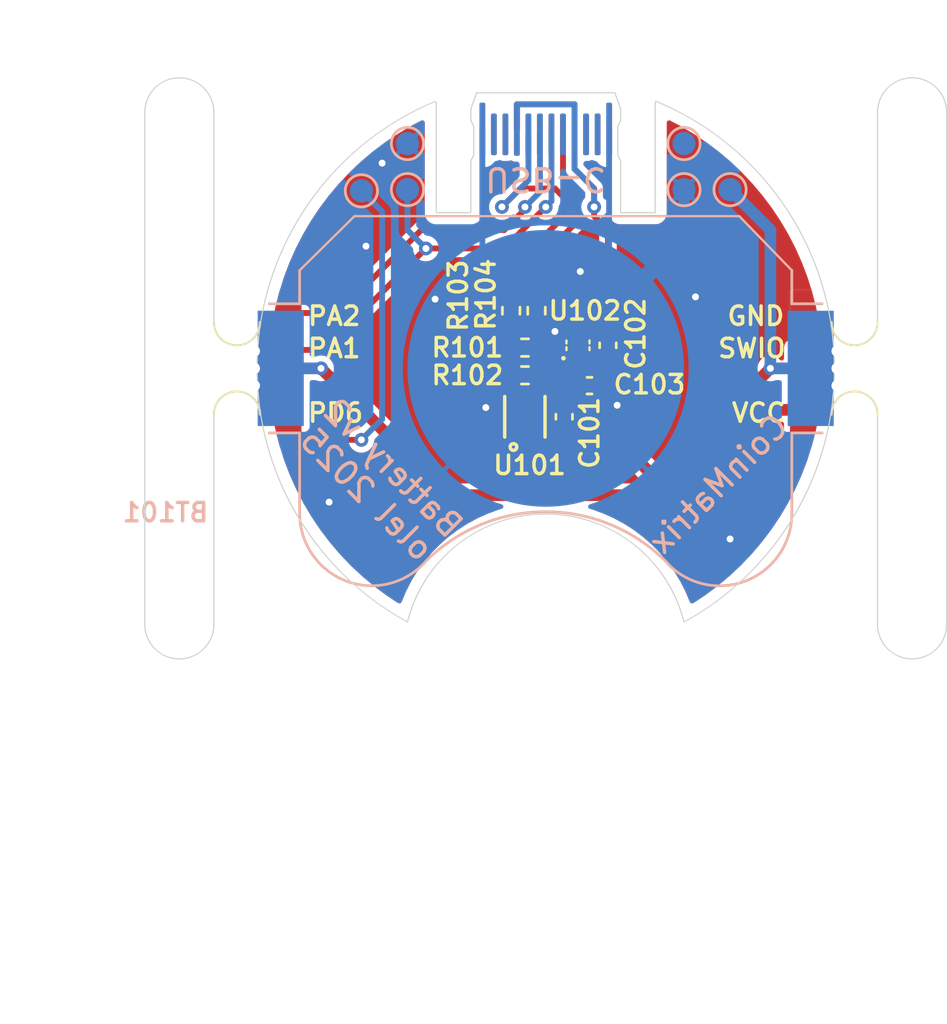
<source format=kicad_pcb>
(kicad_pcb (version 20240108) (generator "pcbnew") (generator_version "8.0")
  (layers (0 "F.Cu" signal) (31 "B.Cu" signal) (34 "B.Paste" user) (35 "F.Paste" user) (36 "B.SilkS" user "B.Silkscreen") (37 "F.SilkS" user "F.Silkscreen") (38 "B.Mask" user) (39 "F.Mask" user) (44 "Edge.Cuts" user))
  (net 0 "")
  (net 1 "VCC")
  (net 2 "GND")
  (net 3 "/SWIO")
  (net 14 "Net-(P101-VCONN)")
  (net 15 "/DN")
  (net 16 "/DP")
  (net 17 "Net-(P101-CC)")
  (net 18 "/HALL")
  (net 20 "+5V")
  (net 21 "/PD6")
  (footprint "Capacitor_SMD:C_0402_1005Metric" (layer "F.Cu") (at 143.9 108.75)
    (property "Reference" "C103" (at 2.6 -0.05 0) (layer "F.SilkS") (effects (font (size 0.8 0.8))))
    (property "Value" "1uF")
    (fp_line (start -0.107836 -0.36) (end 0.107836 -0.36) (stroke (width 0.12)) (layer "F.SilkS"))
    (fp_line (start -0.107836 0.36) (end 0.107836 0.36) (stroke (width 0.12)) (layer "F.SilkS"))
    (pad "1" smd roundrect (at -0.48 0) (size 0.56 0.62) (layers "F.Cu" "F.Paste" "F.Mask") (net 1 "VCC"))
    (pad "2" smd roundrect (at 0.48 0) (size 0.56 0.62) (layers "F.Cu" "F.Paste" "F.Mask") (net 2 "GND"))
  )
  (footprint "Resistor_SMD:R_0402_1005Metric" (layer "F.Cu") (at 141.6 105.5 -90)
    (property "Reference" "R104" (at -0.7 2.2 90) (layer "F.SilkS") (effects (font (size 0.8 0.8))))
    (property "Value" "5.1kΩ")
    (fp_line (start -0.153641 0.38) (end 0.153641 0.38) (stroke (width 0.12)) (layer "F.SilkS"))
    (fp_line (start -0.153641 -0.38) (end 0.153641 -0.38) (stroke (width 0.12)) (layer "F.SilkS"))
    (pad "1" smd roundrect (at -0.509999 0 270) (size 0.54 0.64) (layers "F.Cu" "F.Paste" "F.Mask") (net 14 "Net-(P101-VCONN)"))
    (pad "2" smd roundrect (at 0.509999 0 270) (size 0.54 0.64) (layers "F.Cu" "F.Paste" "F.Mask") (net 2 "GND"))
  )
  (footprint "Panelization:mouse-bite-2mm-slot" (layer "F.Cu") (at 128.6 108 90)
    (property "Reference" "mouse-bite-2mm-slot" (hide yes))
    (property "Value" "VAL**" (hide yes))
    (fp_arc (start -2 -1) (mid -1.000001 0) (end -2 1) (stroke (width 0.1)) (layer "F.SilkS"))
    (fp_arc (start 2 1) (mid 1 0) (end 2 -1) (stroke (width 0.1)) (layer "F.SilkS"))
    (pad "" np_thru_hole circle (at -0.75 -0.75 90) (size 0.5 0.5) (drill 0.5) (layers "*.Cu" "*.Mask"))
    (pad "" np_thru_hole circle (at -0.75 0.75 90) (size 0.5 0.5) (drill 0.5) (layers "*.Cu" "*.Mask"))
    (pad "" np_thru_hole circle (at 0 -0.75 90) (size 0.5 0.5) (drill 0.5) (layers "*.Cu" "*.Mask"))
    (pad "" np_thru_hole circle (at 0 0.75 90) (size 0.5 0.5) (drill 0.5) (layers "*.Cu" "*.Mask"))
    (pad "" np_thru_hole circle (at 0.75 -0.75 90) (size 0.5 0.5) (drill 0.5) (layers "*.Cu" "*.Mask"))
    (pad "" np_thru_hole circle (at 0.75 0.75 90) (size 0.5 0.5) (drill 0.5) (layers "*.Cu" "*.Mask"))
  )
  (footprint "Resistor_SMD:R_0402_1005Metric" (layer "F.Cu") (at 141.1 108.3)
    (property "Reference" "R102" (at -2.5 0 180) (layer "F.SilkS") (effects (font (size 0.8 0.8))))
    (property "Value" "0")
    (fp_line (start -0.153641 -0.38) (end 0.153641 -0.38) (stroke (width 0.12)) (layer "F.SilkS"))
    (fp_line (start -0.153641 0.38) (end 0.153641 0.38) (stroke (width 0.12)) (layer "F.SilkS"))
    (pad "1" smd roundrect (at -0.51 0) (size 0.54 0.64) (layers "F.Cu" "F.Paste" "F.Mask") (net 18 "/HALL"))
    (pad "2" smd roundrect (at 0.51 0) (size 0.54 0.64) (layers "F.Cu" "F.Paste" "F.Mask") (net 1 "VCC"))
  )
  (footprint "easyeda2kicad:DFN-6_L1.6-W1.6-P0.50-BL-EP1.0" (layer "F.Cu") (at 141.1 110.1)
    (property "Reference" "U101" (at 0.2 2.1 360) (layer "F.SilkS") (effects (font (size 0.8 0.8))))
    (property "Value" "HAL1255")
    (fp_line (start -0.88 0.88) (end -0.88 -0.88) (stroke (width 0.15)) (layer "F.SilkS"))
    (fp_line (start 0.87 0.88) (end 0.87 -0.88) (stroke (width 0.15)) (layer "F.SilkS"))
    (fp_circle (center -0.5 1.31) (end -0.43 1.31) (stroke (width 0.15)) (fill none) (layer "F.SilkS"))
    (pad "1" smd rect (at -0.5 0.82) (size 0.28 0.58) (layers "F.Cu" "F.Paste" "F.Mask"))
    (pad "2" smd rect (at 0 0.82) (size 0.28 0.58) (layers "F.Cu" "F.Paste" "F.Mask") (net 2 "GND"))
    (pad "3" smd rect (at 0.5 0.82) (size 0.28 0.58) (layers "F.Cu" "F.Paste" "F.Mask"))
    (pad "4" smd rect (at 0.5 -0.82) (size 0.28 0.58) (layers "F.Cu" "F.Paste" "F.Mask") (net 1 "VCC"))
    (pad "5" smd rect (at 0 -0.82) (size 0.28 0.58) (layers "F.Cu" "F.Paste" "F.Mask"))
    (pad "6" smd rect (at -0.5 -0.82) (size 0.28 0.58) (layers "F.Cu" "F.Paste" "F.Mask") (net 18 "/HALL"))
    (pad "7" smd rect (at 0 0) (size 1 0.6) (layers "F.Cu" "F.Paste" "F.Mask") (net 2 "GND"))
  )
  (footprint "Capacitor_SMD:C_0402_1005Metric" (layer "F.Cu") (at 142.8 110.1 90)
    (property "Reference" "C101" (at -0.7 1.1 90) (layer "F.SilkS") (effects (font (size 0.8 0.8))))
    (property "Value" "100nF")
    (fp_line (start -0.107836 -0.36) (end 0.107836 -0.36) (stroke (width 0.12)) (layer "F.SilkS"))
    (fp_line (start -0.107836 0.36) (end 0.107836 0.36) (stroke (width 0.12)) (layer "F.SilkS"))
    (pad "1" smd roundrect (at -0.48 0 90) (size 0.56 0.62) (layers "F.Cu" "F.Paste" "F.Mask") (net 2 "GND"))
    (pad "2" smd roundrect (at 0.48 0 90) (size 0.56 0.62) (layers "F.Cu" "F.Paste" "F.Mask") (net 1 "VCC"))
  )
  (footprint "Resistor_SMD:R_0402_1005Metric" (layer "F.Cu") (at 141.1 107.1 180)
    (property "Reference" "R101" (at 2.5 0 180) (layer "F.SilkS") (effects (font (size 0.8 0.8))))
    (property "Value" "5.1kΩ")
    (fp_line (start -0.153641 0.38) (end 0.153641 0.38) (stroke (width 0.12)) (layer "F.SilkS"))
    (fp_line (start -0.153641 -0.38) (end 0.153641 -0.38) (stroke (width 0.12)) (layer "F.SilkS"))
    (pad "1" smd roundrect (at -0.509999 0 180) (size 0.54 0.64) (layers "F.Cu" "F.Paste" "F.Mask") (net 18 "/HALL"))
    (pad "2" smd roundrect (at 0.509999 0 180) (size 0.54 0.64) (layers "F.Cu" "F.Paste" "F.Mask") (net 15 "/DN"))
  )
  (footprint "Capacitor_SMD:C_0402_1005Metric" (layer "F.Cu") (at 144.7 107 -90)
    (property "Reference" "C102" (at -0.5 -1.2 90) (layer "F.SilkS") (effects (font (size 0.8 0.8))))
    (property "Value" "1uF")
    (fp_line (start -0.107836 0.36) (end 0.107836 0.36) (stroke (width 0.12)) (layer "F.SilkS"))
    (fp_line (start -0.107836 -0.36) (end 0.107836 -0.36) (stroke (width 0.12)) (layer "F.SilkS"))
    (pad "1" smd roundrect (at -0.48 0 270) (size 0.56 0.62) (layers "F.Cu" "F.Paste" "F.Mask") (net 20 "+5V"))
    (pad "2" smd roundrect (at 0.48 0 270) (size 0.56 0.62) (layers "F.Cu" "F.Paste" "F.Mask") (net 2 "GND"))
  )
  (footprint "Panelization:mouse-bite-2mm-slot" (layer "F.Cu") (at 155.4 108 -90)
    (property "Reference" "mouse-bite-2mm-slot" (hide yes))
    (property "Value" "VAL**" (hide yes))
    (fp_arc (start 2 1) (mid 1.000001 0) (end 2 -1) (stroke (width 0.1)) (layer "F.SilkS"))
    (fp_arc (start -2 -1) (mid -1.000001 0) (end -2 1) (stroke (width 0.1)) (layer "F.SilkS"))
    (pad "" np_thru_hole circle (at -0.75 -0.75 270) (size 0.5 0.5) (drill 0.5) (layers "*.Cu" "*.Mask"))
    (pad "" np_thru_hole circle (at -0.75 0.75 270) (size 0.5 0.5) (drill 0.5) (layers "*.Cu" "*.Mask"))
    (pad "" np_thru_hole circle (at 0 -0.75 270) (size 0.5 0.5) (drill 0.5) (layers "*.Cu" "*.Mask"))
    (pad "" np_thru_hole circle (at 0 0.75 270) (size 0.5 0.5) (drill 0.5) (layers "*.Cu" "*.Mask"))
    (pad "" np_thru_hole circle (at 0.75 -0.75 270) (size 0.5 0.5) (drill 0.5) (layers "*.Cu" "*.Mask"))
    (pad "" np_thru_hole circle (at 0.75 0.75 270) (size 0.5 0.5) (drill 0.5) (layers "*.Cu" "*.Mask"))
  )
  (footprint "Resistor_SMD:R_0402_1005Metric" (layer "F.Cu") (at 140.5 105.5 -90)
    (property "Reference" "R103" (at -0.65 2.3 90) (layer "F.SilkS") (effects (font (size 0.8 0.8))))
    (property "Value" "5.1kΩ")
    (fp_line (start -0.153641 0.38) (end 0.153641 0.38) (stroke (width 0.12)) (layer "F.SilkS"))
    (fp_line (start -0.153641 -0.38) (end 0.153641 -0.38) (stroke (width 0.12)) (layer "F.SilkS"))
    (pad "1" smd roundrect (at -0.509999 0 270) (size 0.54 0.64) (layers "F.Cu" "F.Paste" "F.Mask") (net 17 "Net-(P101-CC)"))
    (pad "2" smd roundrect (at 0.509999 0 270) (size 0.54 0.64) (layers "F.Cu" "F.Paste" "F.Mask") (net 2 "GND"))
  )
  (footprint "easyeda2kicad:DFN-4_L1.0-W1.0-P0.65-BL-EP" (layer "F.Cu") (at 143.4 107)
    (property "Reference" "U102" (at 0.3 -1.5 180) (layer "F.SilkS") (effects (font (size 0.8 0.8))))
    (property "Value" "LW5233")
    (fp_line (start -0.5 -0.21) (end -0.5 -0.08) (stroke (width 0.1)) (layer "F.SilkS"))
    (fp_line (start -0.5 0.08) (end -0.5 0.21) (stroke (width 0.1)) (layer "F.SilkS"))
    (fp_line (start 0.5 -0.21) (end 0.5 -0.08) (stroke (width 0.1)) (layer "F.SilkS"))
    (fp_line (start 0.5 0.08) (end 0.5 0.21) (stroke (width 0.1)) (layer "F.SilkS"))
    (fp_circle (center -0.63 0.56) (end -0.58 0.56) (stroke (width 0.1)) (fill none) (layer "F.SilkS"))
    (pad "1" smd custom (at -0.32 0.48) (size 0.01 0.01) (layers "F.Cu" "F.Paste" "F.Mask") (net 1 "VCC") (options (clearance outline) (anchor circle)) (primitives (gr_poly (pts (xy 0.09 -0.08) (xy 0.09 0.17) (xy -0.11 0.17) (xy -0.11 -0.23) (xy -0.06 -0.23) (xy 0.09 -0.08)) (width 0.1) (fill yes))))
    (pad "2" smd custom (at 0.32 0.47) (size 0.01 0.01) (layers "F.Cu" "F.Paste" "F.Mask") (net 2 "GND") (options (clearance outline) (anchor circle)) (primitives (gr_poly (pts (xy 0.1 0.18) (xy -0.1 0.18) (xy -0.1 -0.07) (xy 0.05 -0.22) (xy 0.1 -0.22)) (width 0.1) (fill yes))))
    (pad "3" smd custom (at 0.32 -0.48) (size 0.01 0.01) (layers "F.Cu" "F.Paste" "F.Mask") (net 20 "+5V") (options (clearance outline) (anchor circle)) (primitives (gr_poly (pts (xy 0.1 -0.17) (xy -0.1 -0.17) (xy -0.1 0.08) (xy 0.05 0.23) (xy 0.1 0.23)) (width 0.1) (fill yes))))
    (pad "4" smd custom (at -0.32 -0.48) (size 0.01 0.01) (layers "F.Cu" "F.Paste" "F.Mask") (net 20 "+5V") (options (clearance outline) (anchor circle)) (primitives (gr_poly (pts (xy -0.11 -0.17) (xy 0.09 -0.17) (xy 0.09 0.08) (xy -0.06 0.23) (xy -0.11 0.23)) (width 0.1) (fill yes))))
    (pad "5" smd rect (at 0 0 45) (size 0.48 0.48) (layers "F.Cu" "F.Paste" "F.Mask") (net 2 "GND"))
  )
  (footprint "TestPoint:TestPoint_Pad_D1.0mm" (layer "B.Cu") (at 150 100.25 180)
    (property "Reference" "TP102" (hide yes))
    (property "Value" "TestPoint" (hide yes))
    (fp_circle (center 0 0) (end 0 -0.7) (stroke (width 0.12)) (fill none) (layer "B.SilkS"))
    (pad "1" smd circle (at 0 0 180) (size 1 1) (layers "B.Cu" "B.Mask") (net 1 "VCC"))
  )
  (footprint "TestPoint:TestPoint_Pad_D1.0mm" (layer "B.Cu") (at 136 98.25 180)
    (property "Reference" "TP105" (hide yes))
    (property "Value" "TestPoint" (hide yes))
    (fp_circle (center 0 0) (end 0 -0.7) (stroke (width 0.12)) (fill none) (layer "B.SilkS"))
    (pad "1" smd circle (at 0 0 180) (size 1 1) (layers "B.Cu" "B.Mask") (net 2 "GND"))
  )
  (footprint "TestPoint:TestPoint_Pad_D1.0mm" (layer "B.Cu") (at 148 100.25 180)
    (property "Reference" "TP103" (hide yes))
    (property "Value" "TestPoint" (hide yes))
    (fp_circle (center 0 0) (end 0 -0.7) (stroke (width 0.12)) (fill none) (layer "B.SilkS"))
    (pad "1" smd circle (at 0 0 180) (size 1 1) (layers "B.Cu" "B.Mask") (net 2 "GND"))
  )
  (footprint "TestPoint:TestPoint_Pad_D1.0mm" (layer "B.Cu") (at 148 98.25 180)
    (property "Reference" "TP101" (hide yes))
    (property "Value" "TestPoint" (hide yes))
    (fp_circle (center 0 0) (end 0 -0.7) (stroke (width 0.12)) (fill none) (layer "B.SilkS"))
    (pad "1" smd circle (at 0 0 180) (size 1 1) (layers "B.Cu" "B.Mask") (net 3 "/SWIO"))
  )
  (footprint "TestPoint:TestPoint_Pad_D1.0mm" (layer "B.Cu") (at 136 100.25 180)
    (property "Reference" "TP104" (hide yes))
    (property "Value" "TestPoint" (hide yes))
    (fp_circle (center 0 0) (end 0 -0.7) (stroke (width 0.12)) (fill none) (layer "B.SilkS"))
    (pad "1" smd circle (at 0 0 180) (size 1 1) (layers "B.Cu" "B.Mask") (net 15 "/DN"))
  )
  (footprint "TestPoint:TestPoint_Pad_D1.0mm" (layer "B.Cu") (at 134 100.3 180)
    (property "Reference" "TP106" (hide yes))
    (property "Value" "TestPoint")
    (fp_circle (center 0 0) (end 0 -0.7) (stroke (width 0.12)) (fill none) (layer "B.SilkS"))
    (pad "1" smd circle (at 0 0 180) (size 1 1) (layers "B.Cu" "B.Mask") (net 21 "/PD6"))
  )
  (footprint "olelib:BatteryHolder_2032" (layer "B.Cu") (at 142 108)
    (property "Reference" "BT101" (at -16.5 6.25 0) (layer "B.SilkS") (effects (font (size 0.8 0.8)) (justify mirror)))
    (property "Value" "Battery_Cell")
    (fp_line (start -10.68 -4.25) (end -10.679999 -2.8) (stroke (width 0.12)) (layer "B.SilkS"))
    (fp_line (start -10.68 -4.25) (end -8.3 -6.6) (stroke (width 0.1)) (layer "B.SilkS"))
    (fp_line (start -10.68 6.28) (end -10.679999 2.8) (stroke (width 0.12)) (layer "B.SilkS"))
    (fp_line (start -10.679999 -2.8) (end -11.999999 -2.8) (stroke (width 0.12)) (layer "B.SilkS"))
    (fp_line (start -10.679999 2.8) (end -11.999999 2.8) (stroke (width 0.12)) (layer "B.SilkS"))
    (fp_line (start -8.3 -6.6) (end 8.4 -6.6) (stroke (width 0.1)) (layer "B.SilkS"))
    (fp_line (start 8.4 -6.6) (end 10.68 -4.25) (stroke (width 0.1)) (layer "B.SilkS"))
    (fp_line (start 10.679999 2.8) (end 11.999999 2.8) (stroke (width 0.12)) (layer "B.SilkS"))
    (fp_line (start 10.679999 6.35) (end 10.679999 2.8) (stroke (width 0.12)) (layer "B.SilkS"))
    (fp_line (start 10.68 -4.25) (end 10.679999 -2.8) (stroke (width 0.12)) (layer "B.SilkS"))
    (fp_line (start 11.999999 -2.8) (end 10.679999 -2.8) (stroke (width 0.12)) (layer "B.SilkS"))
    (fp_arc (start -5.180001 8.339999) (mid -8.637971 9.231689) (end -10.677058 6.3) (stroke (width 0.12)) (layer "B.SilkS"))
    (fp_arc (start -5.169999 8.330001) (mid 0.096808 6.218103) (end 5.306422 8.467392) (stroke (width 0.12)) (layer "B.SilkS"))
    (fp_arc (start 10.68 6.3) (mid 8.734461 9.197232) (end 5.316452 8.492753) (stroke (width 0.12)) (layer "B.SilkS"))
    (pad "1" smd rect (at -11.5 0) (size 2 5) (layers "B.Cu" "B.Paste" "B.Mask") (net 1 "VCC"))
    (pad "1" smd rect (at 11.5 0) (size 2 5) (layers "B.Cu" "B.Paste" "B.Mask") (net 1 "VCC"))
    (pad "2" smd circle (at 0 0) (size 12 12) (layers "B.Cu" "B.Paste" "B.Mask") (net 2 "GND"))
  )
  (footprint "olelib:USB_C_PADDLE" (layer "B.Cu") (at 142 98.5 180)
    (property "Reference" "P101" (hide yes))
    (property "Value" "USB_C_Plug")
    (fp_line (start 3.250001 1.25) (end 3.25 1.75) (stroke (width 0.05)) (layer "Edge.Cuts"))
    (fp_line (start 3.25 1.75) (end 3 2.45) (stroke (width 0.05)) (layer "Edge.Cuts"))
    (fp_line (start 3.25 -0.499999) (end 3.25 -2.000001) (stroke (width 0.05)) (layer "Edge.Cuts"))
    (fp_line (start 3.125 1) (end 3.250001 1.25) (stroke (width 0.05)) (layer "Edge.Cuts"))
    (fp_line (start 3.125 -0.25) (end 3.25 -0.499999) (stroke (width 0.05)) (layer "Edge.Cuts"))
    (fp_line (start 3.125 -0.25) (end 3.125 1) (stroke (width 0.05)) (layer "Edge.Cuts"))
    (fp_line (start -3 2.45) (end 3 2.45) (stroke (width 0.05)) (layer "Edge.Cuts"))
    (fp_line (start -3.125 1) (end -3.250001 1.25) (stroke (width 0.05)) (layer "Edge.Cuts"))
    (fp_line (start -3.125 -0.25) (end -3.125 1) (stroke (width 0.05)) (layer "Edge.Cuts"))
    (fp_line (start -3.125 -0.25) (end -3.25 -0.499999) (stroke (width 0.05)) (layer "Edge.Cuts"))
    (fp_line (start -3.25 1.75) (end -3 2.45) (stroke (width 0.05)) (layer "Edge.Cuts"))
    (fp_line (start -3.25 -2.000001) (end -3.25 -0.499999) (stroke (width 0.05)) (layer "Edge.Cuts"))
    (fp_line (start -3.250001 1.25) (end -3.25 1.75) (stroke (width 0.05)) (layer "Edge.Cuts"))
    (pad "A1" smd roundrect (at 2.75 0.875 180) (size 0.25 2.3) (layers "B.Cu" "B.Paste" "B.Mask") (net 2 "GND"))
    (pad "A2" smd roundrect (at 2.25 0.65 180) (size 0.25 1.8) (layers "B.Cu" "B.Paste" "B.Mask"))
    (pad "A3" smd roundrect (at 1.749999 0.65 180) (size 0.25 1.8) (layers "B.Cu" "B.Paste" "B.Mask"))
    (pad "A4" smd roundrect (at 1.25 0.875 180) (size 0.25 2.3) (layers "B.Cu" "B.Paste" "B.Mask") (net 20 "+5V"))
    (pad "A5" smd roundrect (at 0.75 0.649999 180) (size 0.25 1.8) (layers "B.Cu" "B.Paste" "B.Mask") (net 17 "Net-(P101-CC)"))
    (pad "A6" smd roundrect (at 0.25 0.65 180) (size 0.25 1.8) (layers "B.Cu" "B.Paste" "B.Mask") (net 16 "/DP"))
    (pad "A7" smd roundrect (at -0.25 0.65) (size 0.25 1.8) (layers "B.Cu" "B.Paste" "B.Mask") (net 15 "/DN"))
    (pad "A8" smd roundrect (at -0.75 0.649999) (size 0.25 1.8) (layers "B.Cu" "B.Paste" "B.Mask"))
    (pad "A9" smd roundrect (at -1.25 0.875) (size 0.25 2.3) (layers "B.Cu" "B.Paste" "B.Mask") (net 20 "+5V"))
    (pad "A10" smd roundrect (at -1.749999 0.65) (size 0.25 1.8) (layers "B.Cu" "B.Paste" "B.Mask"))
    (pad "A11" smd roundrect (at -2.25 0.65) (size 0.25 1.8) (layers "B.Cu" "B.Paste" "B.Mask"))
    (pad "A12" smd roundrect (at -2.75 0.875) (size 0.25 2.3) (layers "B.Cu" "B.Paste" "B.Mask") (net 2 "GND"))
    (pad "B1" smd roundrect (at -2.75 0.87 180) (size 0.25 2.3) (layers "F.Cu" "F.Paste" "F.Mask") (net 2 "GND"))
    (pad "B2" smd roundrect (at -2.25 0.645 180) (size 0.25 1.8) (layers "F.Cu" "F.Paste" "F.Mask"))
    (pad "B3" smd roundrect (at -1.75 0.645 180) (size 0.25 1.8) (layers "F.Cu" "F.Paste" "F.Mask"))
    (pad "B4" smd roundrect (at -1.25 0.869999 180) (size 0.25 2.3) (layers "F.Cu" "F.Paste" "F.Mask") (net 20 "+5V"))
    (pad "B5" smd roundrect (at -0.75 0.645 180) (size 0.25 1.8) (layers "F.Cu" "F.Paste" "F.Mask") (net 14 "Net-(P101-VCONN)"))
    (pad "B6" smd roundrect (at -0.25 0.645 180) (size 0.25 1.8) (layers "F.Cu" "F.Paste" "F.Mask"))
    (pad "B7" smd roundrect (at 0.25 0.645) (size 0.25 1.8) (layers "F.Cu" "F.Paste" "F.Mask"))
    (pad "B8" smd roundrect (at 0.75 0.645) (size 0.25 1.8) (layers "F.Cu" "F.Paste" "F.Mask"))
    (pad "B9" smd roundrect (at 1.25 0.869999) (size 0.25 2.3) (layers "F.Cu" "F.Paste" "F.Mask") (net 20 "+5V"))
    (pad "B10" smd roundrect (at 1.75 0.645) (size 0.25 1.8) (layers "F.Cu" "F.Paste" "F.Mask"))
    (pad "B11" smd roundrect (at 2.25 0.645) (size 0.25 1.8) (layers "F.Cu" "F.Paste" "F.Mask"))
    (pad "B12" smd roundrect (at 2.75 0.87) (size 0.25 2.3) (layers "F.Cu" "F.Paste" "F.Mask") (net 2 "GND"))
  )
  (gr_arc (start 154.4 110) (mid 155.4 109.000001) (end 156.4 110) (stroke (width 0.05)) (layer "Edge.Cuts"))
  (gr_arc (start 159.4 119.1) (mid 157.9 120.6) (end 156.4 119.1) (stroke (width 0.05)) (layer "Edge.Cuts"))
  (gr_line (start 146.75 101.25) (end 146.75 96.5) (stroke (width 0.05)) (layer "Edge.Cuts"))
  (gr_arc (start 156.4 96.9) (mid 157.9 95.4) (end 159.4 96.9) (stroke (width 0.05)) (layer "Edge.Cuts"))
  (gr_line (start 145.25 101.25) (end 146.75 101.25) (stroke (width 0.05)) (layer "Edge.Cuts"))
  (gr_line (start 137.25 101.25) (end 137.25 96.5) (stroke (width 0.05)) (layer "Edge.Cuts"))
  (gr_arc (start 136 119) (mid 142 114.315342) (end 148 119) (stroke (width 0.05)) (layer "Edge.Cuts"))
  (gr_line (start 124.6 96.9) (end 124.6 119.1) (stroke (width 0.05)) (layer "Edge.Cuts"))
  (gr_arc (start 146.783441 96.419038) (mid 154.511819 107.325921) (end 148 119) (stroke (width 0.05)) (layer "Edge.Cuts"))
  (gr_line (start 138.75 101.25) (end 137.25 101.25) (stroke (width 0.05)) (layer "Edge.Cuts"))
  (gr_arc (start 136 119) (mid 129.488181 107.32592) (end 137.216559 96.419038) (stroke (width 0.05)) (layer "Edge.Cuts"))
  (gr_line (start 146.783441 96.419038) (end 146.75 96.5) (stroke (width 0.05)) (layer "Edge.Cuts"))
  (gr_line (start 137.25 96.5) (end 137.216559 96.419038) (stroke (width 0.05)) (layer "Edge.Cuts"))
  (gr_line (start 145.25 100.500001) (end 145.25 101.25) (stroke (width 0.05)) (layer "Edge.Cuts"))
  (gr_arc (start 129.6 106) (mid 128.6 107) (end 127.6 106) (stroke (width 0.05)) (layer "Edge.Cuts"))
  (gr_arc (start 127.6 110) (mid 128.6 109) (end 129.6 110) (stroke (width 0.05)) (layer "Edge.Cuts"))
  (gr_arc (start 156.4 106) (mid 155.4 106.999999) (end 154.4 106) (stroke (width 0.05)) (layer "Edge.Cuts"))
  (gr_line (start 127.6 106) (end 127.6 96.9) (stroke (width 0.05)) (layer "Edge.Cuts"))
  (gr_line (start 159.4 119.1) (end 159.4 96.9) (stroke (width 0.05)) (layer "Edge.Cuts"))
  (gr_arc (start 127.6 119.1) (mid 126.1 120.6) (end 124.6 119.1) (stroke (width 0.05)) (layer "Edge.Cuts"))
  (gr_line (start 138.75 100.500001) (end 138.75 101.25) (stroke (width 0.05)) (layer "Edge.Cuts"))
  (gr_line (start 156.4 110) (end 156.4 119.1) (stroke (width 0.05)) (layer "Edge.Cuts"))
  (gr_line (start 156.4 96.9) (end 156.4 106) (stroke (width 0.05)) (layer "Edge.Cuts"))
  (gr_line (start 127.6 119.1) (end 127.6 110) (stroke (width 0.05)) (layer "Edge.Cuts"))
  (gr_arc (start 124.6 96.9) (mid 126.1 95.4) (end 127.6 96.9) (stroke (width 0.05)) (layer "Edge.Cuts"))
  (gr_text "Battery v2\nolel 2025" (at 134.8 112.9 -45) (layer "B.SilkS") (effects (font (size 1 1)) (justify mirror)))
  (gr_text "USB-C" (at 142 99.8 180) (layer "B.SilkS") (effects (font (size 1 1)) (justify mirror)))
  (gr_text "CoinMatrix" (at 149.5 113 45) (layer "B.SilkS") (effects (font (size 1 1)) (justify mirror)))
  (gr_text "SWIO" (at 149.4 107.6 -0) (layer "F.SilkS") (effects (font (size 0.8 0.8) (thickness 0.15) (bold yes)) (justify left bottom)))
  (gr_text "VCC" (at 150 110.4 -0) (layer "F.SilkS") (effects (font (size 0.8 0.8) (thickness 0.15) (bold yes)) (justify left bottom)))
  (gr_text "PA1" (at 131.6 107.6 -0) (layer "F.SilkS") (effects (font (size 0.8 0.8) (thickness 0.15) (bold yes)) (justify left bottom)))
  (gr_text "PA2" (at 131.6 106.2 -0) (layer "F.SilkS") (effects (font (size 0.8 0.8) (thickness 0.15) (bold yes)) (justify left bottom)))
  (gr_text "GND" (at 149.8 106.2 -0) (layer "F.SilkS") (effects (font (size 0.8 0.8) (thickness 0.15) (bold yes)) (justify left bottom)))
  (gr_text "PD6" (at 131.6 110.4 -0) (layer "F.SilkS") (effects (font (size 0.8 0.8) (thickness 0.15) (bold yes)) (justify left bottom)))
  (segment (start 143.42 109) (end 143.21 109.21) (width 0.508) (layer "F.Cu") (net 1))
  (segment (start 151.75 108) (end 150.775 108.975) (width 0.508) (layer "F.Cu") (net 1))
  (segment (start 150.775 108.975) (end 149.975 109.775) (width 0.508) (layer "F.Cu") (net 1))
  (segment (start 142.36 109.28) (end 142.46 109.28) (width 0.254) (layer "F.Cu") (net 1))
  (segment (start 146.25 113.5) (end 142.8 113.5) (width 0.508) (layer "F.Cu") (net 1))
  (segment (start 151.6 109.8) (end 152.8 109.8) (width 0.508) (layer "F.Cu") (net 1))
  (segment (start 143.08 108.41) (end 143.42 108.75) (width 0.254) (layer "F.Cu") (net 1))
  (segment (start 143.08 107.48) (end 143.08 108.41) (width 0.254) (layer "F.Cu") (net 1))
  (segment (start 149.975 109.775) (end 148.75 111) (width 0.508) (layer "F.Cu") (net 1))
  (segment (start 142.78 113.48) (end 142.8 113.5) (width 0.508) (layer "F.Cu") (net 1))
  (segment (start 141.61 108.3) (end 141.61 109.27) (width 0.254) (layer "F.Cu") (net 1))
  (segment (start 143.21 109.21) (end 142.8 109.62) (width 0.508) (layer "F.Cu") (net 1))
  (segment (start 141.61 109.27) (end 141.6 109.28) (width 0.254) (layer "F.Cu") (net 1))
  (segment (start 142.46 109.28) (end 142.8 109.62) (width 0.254) (layer "F.Cu") (net 1))
  (segment (start 137.75 113.5) (end 135.925 111.675) (width 0.508) (layer "F.Cu") (net 1))
  (segment (start 141.6 109.28) (end 142.36 109.28) (width 0.254) (layer "F.Cu") (net 1))
  (segment (start 143.21 109.21) (end 146.875 112.875) (width 0.508) (layer "F.Cu") (net 1))
  (segment (start 146.875 112.875) (end 146.25 113.5) (width 0.508) (layer "F.Cu") (net 1))
  (segment (start 143.42 108.75) (end 143.42 109) (width 0.508) (layer "F.Cu") (net 1))
  (segment (start 148.75 111) (end 146.875 112.875) (width 0.508) (layer "F.Cu") (net 1))
  (segment (start 135.925 111.675) (end 132.25 108) (width 0.508) (layer "F.Cu") (net 1))
  (segment (start 150.775 108.975) (end 151.6 109.8) (width 0.508) (layer "F.Cu") (net 1))
  (segment (start 142.8 113.5) (end 137.75 113.5) (width 0.508) (layer "F.Cu") (net 1))
  (via (at 132.25 108) (size 0.6) (drill 0.3) (layers "F.Cu" "B.Cu") (net 1))
  (via (at 151.75 108) (size 0.6) (drill 0.3) (layers "F.Cu" "B.Cu") (net 1))
  (segment (start 151.75 102) (end 151.75 108) (width 0.508) (layer "B.Cu") (net 1))
  (segment (start 150 100.25) (end 151.75 102) (width 0.508) (layer "B.Cu") (net 1))
  (segment (start 153.5 108) (end 152.25 108) (width 0.508) (layer "B.Cu") (net 1))
  (segment (start 152.25 108) (end 151.75 108) (width 0.508) (layer "B.Cu") (net 1))
  (segment (start 130.5 108) (end 132.25 108) (width 0.508) (layer "B.Cu") (net 1))
  (segment (start 140.5 106.009999) (end 141.6 106.009999) (width 0.254) (layer "F.Cu") (net 2))
  (segment (start 141.6 106.009999) (end 142.009999 106.009999) (width 0.254) (layer "F.Cu") (net 2))
  (segment (start 143.72 107.32) (end 143.4 107) (width 0.254) (layer "F.Cu") (net 2))
  (segment (start 142.009999 106.009999) (end 142.4 106.4) (width 0.254) (layer "F.Cu") (net 2))
  (segment (start 143.72 107.47) (end 144.4 107.47) (width 0.254) (layer "F.Cu") (net 2))
  (segment (start 141.1 110.92) (end 141.1 110.3) (width 0.254) (layer "F.Cu") (net 2))
  (segment (start 144.38 107.49) (end 144.4 107.47) (width 0.254) (layer "F.Cu") (net 2))
  (segment (start 144.69 107.47) (end 144.7 107.48) (width 0.254) (layer "F.Cu") (net 2))
  (segment (start 143.72 107.47) (end 143.72 107.32) (width 0.254) (layer "F.Cu") (net 2))
  (segment (start 144.4 107.47) (end 144.69 107.47) (width 0.254) (layer "F.Cu") (net 2))
  (segment (start 144.38 108.75) (end 144.38 107.49) (width 0.254) (layer "F.Cu") (net 2))
  (via (at 134.9 99.1) (size 0.6) (drill 0.3) (layers "F.Cu" "B.Cu") (net 2))
  (via (at 148.5 104.9) (size 0.6) (drill 0.3) (layers "F.Cu" "B.Cu") (net 2))
  (via (at 132.6 113.8) (size 0.6) (drill 0.3) (layers "F.Cu" "B.Cu") (net 2))
  (via (at 145.1 109.6) (size 0.6) (drill 0.3) (layers "F.Cu" "B.Cu") (net 2))
  (via (at 134.2 102.7) (size 0.6) (drill 0.3) (layers "F.Cu" "B.Cu") (net 2))
  (via (at 150 115.4) (size 0.6) (drill 0.3) (layers "F.Cu" "B.Cu") (net 2))
  (via (at 142.4 106.4) (size 0.6) (drill 0.3) (layers "F.Cu" "B.Cu") (net 2))
  (via (at 143.5 103.8) (size 0.6) (drill 0.3) (layers "F.Cu" "B.Cu") (net 2))
  (via (at 137.2 105) (size 0.6) (drill 0.3) (layers "F.Cu" "B.Cu") (net 2))
  (via (at 139.4 109.7) (size 0.6) (drill 0.3) (layers "F.Cu" "B.Cu") (net 2))
  (segment (start 144.75 105.25) (end 142 108) (width 0.254) (layer "B.Cu") (net 2))
  (segment (start 139.25 97.625) (end 139.25 105.25) (width 0.254) (layer "B.Cu") (net 2))
  (segment (start 144.75 97.625) (end 144.75 105.25) (width 0.254) (layer "B.Cu") (net 2))
  (segment (start 139.25 105.25) (end 142 108) (width 0.254) (layer "B.Cu") (net 2))
  (segment (start 148 102.5) (end 146.25 104.25) (width 0.508) (layer "B.Cu") (net 2))
  (segment (start 148 100.25) (end 148 102.5) (width 0.508) (layer "B.Cu") (net 2))
  (segment (start 143.4 101.6) (end 141.6 103.4) (width 0.254) (layer "F.Cu") (net 14))
  (segment (start 142.75 97.855) (end 142.75 99.75) (width 0.254) (layer "F.Cu") (net 14))
  (segment (start 143.4 100.4) (end 143.4 101.6) (width 0.254) (layer "F.Cu") (net 14))
  (segment (start 141.6 103.4) (end 141.6 104.990001) (width 0.254) (layer "F.Cu") (net 14))
  (segment (start 142.75 99.75) (end 143.4 100.4) (width 0.254) (layer "F.Cu") (net 14))
  (segment (start 132.4 107.2) (end 131.2 107.2) (width 0.254) (layer "F.Cu") (net 15))
  (segment (start 136.8 102.8) (end 135.35 104.25) (width 0.254) (layer "F.Cu") (net 15))
  (segment (start 140.2 102.8) (end 139.5 102.8) (width 0.254) (layer "F.Cu") (net 15))
  (segment (start 139.7 107.1) (end 139.5 106.9) (width 0.254) (layer "F.Cu") (net 15))
  (segment (start 139.5 102.8) (end 136.8 102.8) (width 0.254) (layer "F.Cu") (net 15))
  (segment (start 140.590001 107.1) (end 139.7 107.1) (width 0.254) (layer "F.Cu") (net 15))
  (segment (start 139.5 106.9) (end 139.5 102.8) (width 0.254) (layer "F.Cu") (net 15))
  (segment (start 135.35 104.25) (end 132.4 107.2) (width 0.254) (layer "F.Cu") (net 15))
  (segment (start 142 101) (end 140.2 102.8) (width 0.254) (layer "F.Cu") (net 15))
  (via (at 142 101) (size 0.6) (drill 0.3) (layers "F.Cu" "B.Cu") (net 15))
  (via (at 136.8 102.8) (size 0.6) (drill 0.3) (layers "F.Cu" "B.Cu") (net 15))
  (segment (start 136 100.25) (end 136 102) (width 0.254) (layer "B.Cu") (net 15))
  (segment (start 142.25 100.75) (end 142 101) (width 0.254) (layer "B.Cu") (net 15))
  (segment (start 142.25 97.85) (end 142.25 100.75) (width 0.254) (layer "B.Cu") (net 15))
  (segment (start 136 102) (end 136.8 102.8) (width 0.254) (layer "B.Cu") (net 15))
  (segment (start 141.1 101) (end 141.1 101.1) (width 0.254) (layer "F.Cu") (net 16))
  (segment (start 140.2 102) (end 136.6 102) (width 0.254) (layer "F.Cu") (net 16))
  (segment (start 133 105.6) (end 131.2 105.6) (width 0.254) (layer "F.Cu") (net 16))
  (segment (start 141.1 101.1) (end 140.2 102) (width 0.254) (layer "F.Cu") (net 16))
  (segment (start 136.6 102) (end 133 105.6) (width 0.254) (layer "F.Cu") (net 16))
  (via (at 141.1 101) (size 0.6) (drill 0.3) (layers "F.Cu" "B.Cu") (net 16))
  (segment (start 141.1 101) (end 141.75 100.35) (width 0.254) (layer "B.Cu") (net 16))
  (segment (start 141.75 100.35) (end 141.75 97.85) (width 0.254) (layer "B.Cu") (net 16))
  (segment (start 140.5 103.7) (end 140.5 104.990001) (width 0.254) (layer "F.Cu") (net 17))
  (segment (start 142.8 101.4) (end 140.5 103.7) (width 0.254) (layer "F.Cu") (net 17))
  (segment (start 140.9 100.2) (end 142.4 100.2) (width 0.254) (layer "F.Cu") (net 17))
  (segment (start 142.8 100.6) (end 142.8 101.4) (width 0.254) (layer "F.Cu") (net 17))
  (segment (start 142.4 100.2) (end 142.8 100.6) (width 0.254) (layer "F.Cu") (net 17))
  (segment (start 140.1 101) (end 140.9 100.2) (width 0.254) (layer "F.Cu") (net 17))
  (via (at 140.1 101) (size 0.6) (drill 0.3) (layers "F.Cu" "B.Cu") (net 17))
  (segment (start 141.25 99.85) (end 141.25 97.850001) (width 0.254) (layer "B.Cu") (net 17))
  (segment (start 140.1 101) (end 141.25 99.85) (width 0.254) (layer "B.Cu") (net 17))
  (segment (start 140.6 109.28) (end 140.6 108.31) (width 0.254) (layer "F.Cu") (net 18))
  (segment (start 140.6 108.31) (end 140.59 108.3) (width 0.254) (layer "F.Cu") (net 18))
  (segment (start 140.59 108.3) (end 140.59 108.119999) (width 0.254) (layer "F.Cu") (net 18))
  (segment (start 140.59 108.119999) (end 141.609999 107.1) (width 0.254) (layer "F.Cu") (net 18))
  (segment (start 144.1 101.4) (end 144.7 102) (width 0.254) (layer "F.Cu") (net 20))
  (segment (start 140.75 97.630001) (end 140.75 96.55) (width 0.254) (layer "F.Cu") (net 20))
  (segment (start 143.25 96.55) (end 140.75 96.55) (width 0.254) (layer "F.Cu") (net 20))
  (segment (start 143.25 97.630001) (end 143.25 99.35) (width 0.254) (layer "F.Cu") (net 20))
  (segment (start 143.4 106) (end 143.08 106.32) (width 0.254) (layer "F.Cu") (net 20))
  (segment (start 143.68 106.47814) (end 143.68 106.28) (width 0.254) (layer "F.Cu") (net 20))
  (segment (start 144.7 106.52) (end 143.72186 106.52) (width 0.254) (layer "F.Cu") (net 20))
  (segment (start 144.1 100.2) (end 144.1 101) (width 0.254) (layer "F.Cu") (net 20))
  (segment (start 143.25 99.35) (end 144.1 100.2) (width 0.254) (layer "F.Cu") (net 20))
  (segment (start 144.7 102) (end 144.7 106.52) (width 0.254) (layer "F.Cu") (net 20))
  (segment (start 143.25 97.630001) (end 143.25 96.55) (width 0.254) (layer "F.Cu") (net 20))
  (segment (start 143.08 106.32) (end 143.08 106.52) (width 0.254) (layer "F.Cu") (net 20))
  (segment (start 143.68 106.28) (end 143.4 106) (width 0.254) (layer "F.Cu") (net 20))
  (segment (start 143.72186 106.52) (end 143.68 106.47814) (width 0.254) (layer "F.Cu") (net 20))
  (segment (start 144.1 101) (end 144.1 101.4) (width 0.254) (layer "F.Cu") (net 20))
  (via (at 144.1 101) (size 0.6) (drill 0.3) (layers "F.Cu" "B.Cu") (net 20))
  (segment (start 144.1 100.2) (end 143.25 99.35) (width 0.254) (layer "B.Cu") (net 20))
  (segment (start 143.25 99.35) (end 143.25 97.625) (width 0.254) (layer "B.Cu") (net 20))
  (segment (start 143.25 97.625) (end 143.25 96.55) (width 0.254) (layer "B.Cu") (net 20))
  (segment (start 140.75 97.625) (end 140.75 96.55) (width 0.254) (layer "B.Cu") (net 20))
  (segment (start 143.25 96.55) (end 140.75 96.55) (width 0.254) (layer "B.Cu") (net 20))
  (segment (start 144.1 101) (end 144.1 100.2) (width 0.254) (layer "B.Cu") (net 20))
  (segment (start 134 111.1) (end 130.9 111.1) (width 0.254) (layer "F.Cu") (net 21))
  (via (at 134 111.1) (size 0.6) (drill 0.3) (layers "F.Cu" "B.Cu") (net 21))
  (segment (start 134.9 101.2) (end 134 100.3) (width 0.254) (layer "B.Cu") (net 21))
  (segment (start 134.9 110.2) (end 134.9 101.2) (width 0.254) (layer "B.Cu") (net 21))
  (segment (start 134 111.1) (end 134.9 110.2) (width 0.254) (layer "B.Cu") (net 21))
  (zone (net 1) (net_name "VCC") (layer "F.Cu") (priority 4) (connect_pads (clearance 0.254)) (min_thickness 0.2) (fill yes (thermal_gap 0.2) (thermal_bridge_width 0.2))
    (polygon (pts (xy 154.6 109.4) (xy 154.6 111.4) (xy 152.6 111.4) (xy 152.6 109.4)))
  )
  (zone (net 3) (net_name "/SWIO") (layer "F.Cu") (priority 4) (connect_pads (clearance 0.254)) (min_thickness 0.2) (fill yes (thermal_gap 0.2) (thermal_bridge_width 0.2))
    (polygon (pts (xy 154.6 109) (xy 152.599999 109) (xy 152.6 107) (xy 154.6 106.999999)))
  )
  (zone (net 21) (net_name "/PD6") (layer "F.Cu") (priority 4) (connect_pads (clearance 0.254)) (min_thickness 0.2) (fill yes (thermal_gap 0.2) (thermal_bridge_width 0.2))
    (polygon (pts (xy 131.4 109.4) (xy 131.4 111.4) (xy 129.4 111.4) (xy 129.4 109.4)))
  )
  (zone (net 15) (net_name "/DN") (layer "F.Cu") (priority 4) (connect_pads (clearance 0.254)) (min_thickness 0.2) (fill yes (thermal_gap 0.2) (thermal_bridge_width 0.2))
    (polygon (pts (xy 131.4 109) (xy 129.399999 109) (xy 129.4 107) (xy 131.4 106.999999)))
  )
  (zone (net 2) (net_name "GND") (layer "F.Cu") (priority 4) (connect_pads (clearance 0.254)) (min_thickness 0.2) (fill yes (thermal_gap 0.2) (thermal_bridge_width 0.2))
    (polygon (pts (xy 154.6 106.6) (xy 152.599999 106.6) (xy 152.6 104.6) (xy 154.6 104.599999)))
  )
  (zone (net 16) (net_name "/DP") (layer "F.Cu") (priority 4) (connect_pads (clearance 0.254)) (min_thickness 0.2) (fill yes (thermal_gap 0.2) (thermal_bridge_width 0.2))
    (polygon (pts (xy 131.4 106.6) (xy 129.399999 106.6) (xy 129.4 104.6) (xy 131.4 104.599999)))
  )
  (zone (net 2) (net_name "GND") (layers "F&B.Cu") (priority 1) (connect_pads (clearance 0.254)) (min_thickness 0.2) (fill yes (thermal_gap 0.2) (thermal_bridge_width 0.2))
    (polygon (pts (xy 154.6 95.4) (xy 146.2 95.4) (xy 146.2 101.2) (xy 137.8 101.2) (xy 137.8 95.4) (xy 129.4 95.4) (xy 129.4 119) (xy 154.6 119)))
  )
  (zone (net 2) (net_name "GND") (layer "B.Cu") (connect_pads (clearance 0.254)) (min_thickness 0.25) (fill yes (thermal_gap 0.5) (thermal_bridge_width 0.5))
    (polygon (pts (xy 154.5 95.5) (xy 129.5 95.5) (xy 129.5 119) (xy 154.5 119)))
  )
)
</source>
